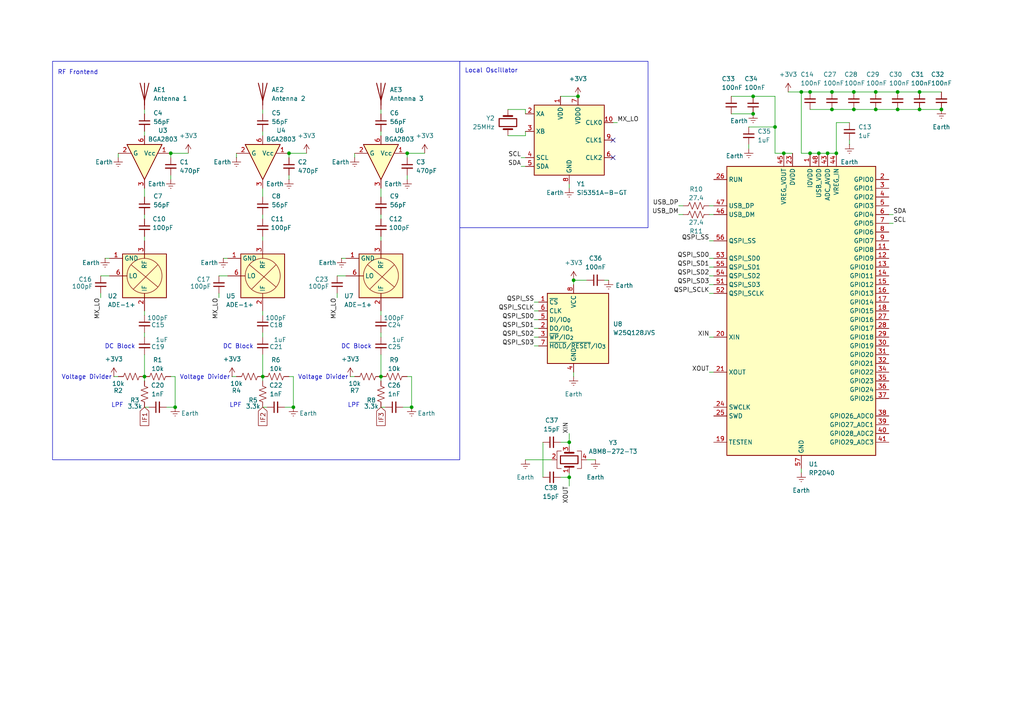
<source format=kicad_sch>
(kicad_sch (version 20250114) (generator "eeschema") (generator_version "9.0")
  (paper "A4")
  (lib_symbols
    (symbol "Device:Antenna" (pin_numbers (hide yes)) (pin_names (offset 1.016) (hide yes))
      (property "Reference" "AE" (at -1.905 1.905 0))
      (property "Value" "Antenna" (at -1.905 0 0))
      (symbol "Antenna_0_1"
        (polyline (pts (xy 0 2.54) (xy 0 -3.81)) (stroke (width 0.254)))
        (polyline (pts (xy 1.27 2.54) (xy 0 -2.54) (xy -1.27 2.54)) (stroke (width 0.254)))
      )
      (symbol "Antenna_1_1"
        (pin input line (at 0 -5.08 90) (length 2.54) (name "A") (number "1"))
      )
    )
    (symbol "Device:C_Small" (pin_numbers (hide yes)) (pin_names (offset 0.254) (hide yes))
      (property "Reference" "C" (at 0.254 1.778 0))
      (property "Value" "C_Small" (at 0.254 -2.032 0))
      (symbol "C_Small_0_1"
        (polyline (pts (xy -1.524 0.508) (xy 1.524 0.508)) (stroke (width 0.3048)))
        (polyline (pts (xy -1.524 -0.508) (xy 1.524 -0.508)) (stroke (width 0.3302)))
      )
      (symbol "C_Small_1_1"
        (pin passive line (at 0 2.54 270) (length 2.032) (name "~") (number "1"))
        (pin passive line (at 0 -2.54 90) (length 2.032) (name "~") (number "2"))
      )
    )
    (symbol "Device:Crystal" (pin_numbers (hide yes)) (pin_names (offset 1.016) (hide yes))
      (property "Reference" "Y" (at 0 3.81 0))
      (property "Value" "Crystal" (at 0 -3.81 0))
      (symbol "Crystal_0_1"
        (polyline (pts (xy -2.54 0) (xy -1.905 0)))
        (polyline (pts (xy -1.905 -1.27) (xy -1.905 1.27)) (stroke (width 0.508)))
        (rectangle (start -1.143 2.54) (end 1.143 -2.54) (stroke (width 0.3048)))
        (polyline (pts (xy 1.905 -1.27) (xy 1.905 1.27)) (stroke (width 0.508)))
        (polyline (pts (xy 2.54 0) (xy 1.905 0)))
      )
      (symbol "Crystal_1_1"
        (pin passive line (at -3.81 0 0) (length 1.27) (name "1") (number "1"))
        (pin passive line (at 3.81 0 180) (length 1.27) (name "2") (number "2"))
      )
    )
    (symbol "Device:Crystal_GND24" (pin_names (offset 1.016) (hide yes))
      (property "Reference" "Y" (at 3.175 5.08 0))
      (property "Value" "Crystal_GND24" (at 3.175 3.175 0))
      (symbol "Crystal_GND24_0_1"
        (polyline (pts (xy -2.54 2.286) (xy -2.54 3.556) (xy 2.54 3.556) (xy 2.54 2.286)))
        (polyline (pts (xy -2.54 0) (xy -2.032 0)))
        (polyline (pts (xy -2.54 -2.286) (xy -2.54 -3.556) (xy 2.54 -3.556) (xy 2.54 -2.286)))
        (polyline (pts (xy -2.032 -1.27) (xy -2.032 1.27)) (stroke (width 0.508)))
        (rectangle (start -1.143 2.54) (end 1.143 -2.54) (stroke (width 0.3048)))
        (polyline (pts (xy 0 3.556) (xy 0 3.81)))
        (polyline (pts (xy 0 -3.81) (xy 0 -3.556)))
        (polyline (pts (xy 2.032 0) (xy 2.54 0)))
        (polyline (pts (xy 2.032 -1.27) (xy 2.032 1.27)) (stroke (width 0.508)))
      )
      (symbol "Crystal_GND24_1_1"
        (pin passive line (at -3.81 0 0) (length 1.27) (name "1") (number "1"))
        (pin passive line (at 0 5.08 270) (length 1.27) (name "2") (number "2"))
        (pin passive line (at 0 -5.08 90) (length 1.27) (name "4") (number "4"))
        (pin passive line (at 3.81 0 180) (length 1.27) (name "3") (number "3"))
      )
    )
    (symbol "Device:R_US" (pin_numbers (hide yes)) (pin_names (offset 0))
      (property "Reference" "R" (at 2.54 0 90))
      (property "Value" "R_US" (at -2.54 0 90))
      (symbol "R_US_0_1"
        (polyline (pts (xy 0 2.286) (xy 0 2.54)))
        (polyline (pts (xy 0 2.286) (xy 1.016 1.905) (xy 0 1.524) (xy -1.016 1.143) (xy 0 0.762)))
        (polyline (pts (xy 0 0.762) (xy 1.016 0.381) (xy 0 0) (xy -1.016 -0.381) (xy 0 -0.762)))
        (polyline (pts (xy 0 -0.762) (xy 1.016 -1.143) (xy 0 -1.524) (xy -1.016 -1.905) (xy 0 -2.286)))
        (polyline (pts (xy 0 -2.286) (xy 0 -2.54)))
      )
      (symbol "R_US_1_1"
        (pin passive line (at 0 3.81 270) (length 1.27) (name "~") (number "1"))
        (pin passive line (at 0 -3.81 90) (length 1.27) (name "~") (number "2"))
      )
    )
    (symbol "MCU_RaspberryPi:RP2040"
      (property "Reference" "U" (at 17.78 45.72 0))
      (property "Value" "RP2040" (at 17.78 43.18 0))
      (symbol "RP2040_0_1"
        (rectangle (start -21.59 41.91) (end 21.59 -41.91) (stroke (width 0.254)) (fill (type background)))
      )
      (symbol "RP2040_1_1"
        (pin input line (at -25.4 38.1 0) (length 3.81) (name "RUN") (number "26"))
        (pin bidirectional line (at -25.4 30.48 0) (length 3.81) (name "USB_DP") (number "47"))
        (pin bidirectional line (at -25.4 27.94 0) (length 3.81) (name "USB_DM") (number "46"))
        (pin bidirectional line (at -25.4 20.32 0) (length 3.81) (name "QSPI_SS") (number "56"))
        (pin bidirectional line (at -25.4 15.24 0) (length 3.81) (name "QSPI_SD0") (number "53"))
        (pin bidirectional line (at -25.4 12.7 0) (length 3.81) (name "QSPI_SD1") (number "55"))
        (pin bidirectional line (at -25.4 10.16 0) (length 3.81) (name "QSPI_SD2") (number "54"))
        (pin bidirectional line (at -25.4 7.62 0) (length 3.81) (name "QSPI_SD3") (number "51"))
        (pin output line (at -25.4 5.08 0) (length 3.81) (name "QSPI_SCLK") (number "52"))
        (pin input line (at -25.4 -7.62 0) (length 3.81) (name "XIN") (number "20"))
        (pin passive line (at -25.4 -17.78 0) (length 3.81) (name "XOUT") (number "21"))
        (pin input line (at -25.4 -27.94 0) (length 3.81) (name "SWCLK") (number "24"))
        (pin bidirectional line (at -25.4 -30.48 0) (length 3.81) (name "SWD") (number "25"))
        (pin input line (at -25.4 -38.1 0) (length 3.81) (name "TESTEN") (number "19"))
        (pin power_out line (at -5.08 45.72 270) (length 3.81) (name "VREG_VOUT") (number "45"))
        (pin power_in line (at -2.54 45.72 270) (length 3.81) (name "DVDD") (number "23"))
        (pin passive line (at -2.54 45.72 270) (length 3.81) (hide yes) (name "DVDD") (number "50"))
        (pin power_in line (at 0 -45.72 90) (length 3.81) (name "GND") (number "57"))
        (pin power_in line (at 2.54 45.72 270) (length 3.81) (name "IOVDD") (number "1"))
        (pin passive line (at 2.54 45.72 270) (length 3.81) (hide yes) (name "IOVDD") (number "10"))
        (pin passive line (at 2.54 45.72 270) (length 3.81) (hide yes) (name "IOVDD") (number "22"))
        (pin passive line (at 2.54 45.72 270) (length 3.81) (hide yes) (name "IOVDD") (number "33"))
        (pin passive line (at 2.54 45.72 270) (length 3.81) (hide yes) (name "IOVDD") (number "42"))
        (pin passive line (at 2.54 45.72 270) (length 3.81) (hide yes) (name "IOVDD") (number "49"))
        (pin power_in line (at 5.08 45.72 270) (length 3.81) (name "USB_VDD") (number "48"))
        (pin power_in line (at 7.62 45.72 270) (length 3.81) (name "ADC_AVDD") (number "43"))
        (pin power_in line (at 10.16 45.72 270) (length 3.81) (name "VREG_IN") (number "44"))
        (pin bidirectional line (at 25.4 38.1 180) (length 3.81) (name "GPIO0") (number "2"))
        (pin bidirectional line (at 25.4 35.56 180) (length 3.81) (name "GPIO1") (number "3"))
        (pin bidirectional line (at 25.4 33.02 180) (length 3.81) (name "GPIO2") (number "4"))
        (pin bidirectional line (at 25.4 30.48 180) (length 3.81) (name "GPIO3") (number "5"))
        (pin bidirectional line (at 25.4 27.94 180) (length 3.81) (name "GPIO4") (number "6"))
        (pin bidirectional line (at 25.4 25.4 180) (length 3.81) (name "GPIO5") (number "7"))
        (pin bidirectional line (at 25.4 22.86 180) (length 3.81) (name "GPIO6") (number "8"))
        (pin bidirectional line (at 25.4 20.32 180) (length 3.81) (name "GPIO7") (number "9"))
        (pin bidirectional line (at 25.4 17.78 180) (length 3.81) (name "GPIO8") (number "11"))
        (pin bidirectional line (at 25.4 15.24 180) (length 3.81) (name "GPIO9") (number "12"))
        (pin bidirectional line (at 25.4 12.7 180) (length 3.81) (name "GPIO10") (number "13"))
        (pin bidirectional line (at 25.4 10.16 180) (length 3.81) (name "GPIO11") (number "14"))
        (pin bidirectional line (at 25.4 7.62 180) (length 3.81) (name "GPIO12") (number "15"))
        (pin bidirectional line (at 25.4 5.08 180) (length 3.81) (name "GPIO13") (number "16"))
        (pin bidirectional line (at 25.4 2.54 180) (length 3.81) (name "GPIO14") (number "17"))
        (pin bidirectional line (at 25.4 0 180) (length 3.81) (name "GPIO15") (number "18"))
        (pin bidirectional line (at 25.4 -2.54 180) (length 3.81) (name "GPIO16") (number "27"))
        (pin bidirectional line (at 25.4 -5.08 180) (length 3.81) (name "GPIO17") (number "28"))
        (pin bidirectional line (at 25.4 -7.62 180) (length 3.81) (name "GPIO18") (number "29"))
        (pin bidirectional line (at 25.4 -10.16 180) (length 3.81) (name "GPIO19") (number "30"))
        (pin bidirectional line (at 25.4 -12.7 180) (length 3.81) (name "GPIO20") (number "31"))
        (pin bidirectional line (at 25.4 -15.24 180) (length 3.81) (name "GPIO21") (number "32"))
        (pin bidirectional line (at 25.4 -17.78 180) (length 3.81) (name "GPIO22") (number "34"))
        (pin bidirectional line (at 25.4 -20.32 180) (length 3.81) (name "GPIO23") (number "35"))
        (pin bidirectional line (at 25.4 -22.86 180) (length 3.81) (name "GPIO24") (number "36"))
        (pin bidirectional line (at 25.4 -25.4 180) (length 3.81) (name "GPIO25") (number "37"))
        (pin bidirectional line (at 25.4 -30.48 180) (length 3.81) (name "GPIO26_ADC0") (number "38"))
        (pin bidirectional line (at 25.4 -33.02 180) (length 3.81) (name "GPIO27_ADC1") (number "39"))
        (pin bidirectional line (at 25.4 -35.56 180) (length 3.81) (name "GPIO28_ADC2") (number "40"))
        (pin bidirectional line (at 25.4 -38.1 180) (length 3.81) (name "GPIO29_ADC3") (number "41"))
      )
    )
    (symbol "Memory_Flash:W25Q128JVS"
      (property "Reference" "U" (at -6.35 11.43 0))
      (property "Value" "W25Q128JVS" (at 7.62 11.43 0))
      (symbol "W25Q128JVS_0_1"
        (rectangle (start -7.62 10.16) (end 10.16 -10.16) (stroke (width 0.254)) (fill (type background)))
      )
      (symbol "W25Q128JVS_1_1"
        (pin input line (at -10.16 7.62 0) (length 2.54) (name "~{CS}") (number "1"))
        (pin input line (at -10.16 5.08 0) (length 2.54) (name "CLK") (number "6"))
        (pin bidirectional line (at -10.16 2.54 0) (length 2.54) (name "DI/IO_{0}") (number "5"))
        (pin bidirectional line (at -10.16 0 0) (length 2.54) (name "DO/IO_{1}") (number "2"))
        (pin bidirectional line (at -10.16 -2.54 0) (length 2.54) (name "~{WP}/IO_{2}") (number "3"))
        (pin bidirectional line (at -10.16 -5.08 0) (length 2.54) (name "~{HOLD}/~{RESET}/IO_{3}") (number "7"))
        (pin power_in line (at 0 12.7 270) (length 2.54) (name "VCC") (number "8"))
        (pin power_in line (at 0 -12.7 90) (length 2.54) (name "GND") (number "4"))
      )
    )
    (symbol "Oscillator:Si5351A-B-GT"
      (property "Reference" "Y" (at -8.89 11.43 0))
      (property "Value" "Si5351A-B-GT" (at -12.7 -12.7 0))
      (symbol "Si5351A-B-GT_0_1"
        (rectangle (start -10.16 10.16) (end 10.16 -10.16) (stroke (width 0.254)) (fill (type background)))
      )
      (symbol "Si5351A-B-GT_1_1"
        (pin input line (at -12.7 7.62 0) (length 2.54) (name "XA") (number "2"))
        (pin input line (at -12.7 2.54 0) (length 2.54) (name "XB") (number "3"))
        (pin input line (at -12.7 -5.08 0) (length 2.54) (name "SCL") (number "4"))
        (pin bidirectional line (at -12.7 -7.62 0) (length 2.54) (name "SDA") (number "5"))
        (pin power_in line (at -2.54 12.7 270) (length 2.54) (name "VDD") (number "1"))
        (pin power_in line (at 0 -12.7 90) (length 2.54) (name "GND") (number "8"))
        (pin power_in line (at 2.54 12.7 270) (length 2.54) (name "VDDO") (number "7"))
        (pin output line (at 12.7 5.08 180) (length 2.54) (name "CLK0") (number "10"))
        (pin output line (at 12.7 0 180) (length 2.54) (name "CLK1") (number "9"))
        (pin output line (at 12.7 -5.08 180) (length 2.54) (name "CLK2") (number "6"))
      )
    )
    (symbol "RF_Amplifier:BGA2803"
      (property "Reference" "U" (at 2.54 6.35 0))
      (property "Value" "BGA2803" (at 3.81 3.81 0))
      (symbol "BGA2803_0_1"
        (polyline (pts (xy 5.08 0) (xy -5.08 5.08) (xy -5.08 -5.08) (xy 5.08 0)) (stroke (width 0.254)) (fill (type background)))
      )
      (symbol "BGA2803_1_1"
        (pin input line (at -7.62 0 0) (length 2.54) (name "~") (number "6"))
        (pin power_in line (at -2.54 7.62 270) (length 3.81) (name "Vcc") (number "1"))
        (pin power_in line (at -2.54 -7.62 90) (length 3.81) (name "G") (number "2"))
        (pin passive line (at -2.54 -7.62 90) (length 3.81) (hide yes) (name "G") (number "4"))
        (pin passive line (at -2.54 -7.62 90) (length 3.81) (hide yes) (name "G") (number "5"))
        (pin output line (at 7.62 0 180) (length 2.54) (name "~") (number "3"))
      )
    )
    (symbol "RF_Mixer_Extended:ADE-1+"
      (property "Reference" "U" (at -6.35 7.62 0))
      (property "Value" "ADE-1+" (at 6.35 7.62 0))
      (symbol "ADE-1+_0_1"
        (rectangle (start -6.35 6.35) (end 6.35 -6.35) (stroke (width 0.254)) (fill (type background)))
        (polyline (pts (xy -3.175 -3.81) (xy 3.175 3.81)))
        (circle (center 0 0) (radius 5.08))
        (polyline (pts (xy 3.81 -3.175) (xy -3.175 3.81)))
      )
      (symbol "ADE-1+_1_1"
        (pin input line (at -10.16 0 0) (length 5.08) (name "RF") (number "3"))
        (pin power_in line (at -5.08 -10.16 90) (length 3.81) (name "GND") (number "1"))
        (pin passive line (at -5.08 -10.16 90) (length 3.81) (hide yes) (name "GND") (number "4"))
        (pin passive line (at -5.08 -10.16 90) (length 3.81) (hide yes) (name "GND") (number "5"))
        (pin input line (at 0 -10.16 90) (length 5.08) (name "LO") (number "6"))
        (pin output line (at 10.16 0 180) (length 5.08) (name "IF") (number "2"))
      )
    )
    (symbol "power:+3V3" (power) (pin_numbers (hide yes)) (pin_names (offset 0) (hide yes))
      (property "Value" "+3V3" (at 0 3.556 0))
      (symbol "+3V3_0_1"
        (polyline (pts (xy -0.762 1.27) (xy 0 2.54)))
        (polyline (pts (xy 0 2.54) (xy 0.762 1.27)))
        (polyline (pts (xy 0 0) (xy 0 2.54)))
      )
      (symbol "+3V3_1_1"
        (pin power_in line (at 0 0 90) (length 0) (name "~") (number "1"))
      )
    )
    (symbol "power:Earth" (power) (pin_numbers (hide yes)) (pin_names (offset 0) (hide yes))
      (property "Value" "Earth" (at 0 -3.81 0))
      (symbol "Earth_0_1"
        (polyline (pts (xy -0.635 -1.905) (xy 0.635 -1.905)))
        (polyline (pts (xy -0.127 -2.54) (xy 0.127 -2.54)))
        (polyline (pts (xy 0 -1.27) (xy 0 0)))
        (polyline (pts (xy 1.27 -1.27) (xy -1.27 -1.27)))
      )
      (symbol "Earth_1_1"
        (pin power_in line (at 0 0 270) (length 0) (name "~") (number "1"))
      )
    )
  )
  (rectangle (start 133.35 17.78) (end 187.96 66.04))
  (rectangle (start 15.24 17.78) (end 133.35 133.35))
  (text "LPF" (at 102.616 117.602 0) (effects (font (size 1.27 1.27))))
  (text "LPF" (at 34.036 117.602 0) (effects (font (size 1.27 1.27))))
  (text "Local Oscillator" (at 142.494 20.574 0) (effects (font (size 1.27 1.27))))
  (text "Voltage Divider" (at 25.146 109.474 0) (effects (font (size 1.27 1.27))))
  (text "DC Block" (at 103.378 100.584 0) (effects (font (size 1.27 1.27))))
  (text "Voltage Divider" (at 93.726 109.474 0) (effects (font (size 1.27 1.27))))
  (text "RF Frontend" (at 22.606 21.082 0) (effects (font (size 1.27 1.27))))
  (text "Voltage Divider" (at 59.436 109.474 0) (effects (font (size 1.27 1.27))))
  (text "DC Block" (at 34.798 100.584 0) (effects (font (size 1.27 1.27))))
  (text "DC Block" (at 69.088 100.584 0) (effects (font (size 1.27 1.27))))
  (text "LPF" (at 68.326 117.602 0) (effects (font (size 1.27 1.27))))
  (junction (at 76.2 109.22))
  (junction (at 241.3 31.75))
  (junction (at 165.1 138.43))
  (junction (at 218.44 27.94))
  (junction (at 240.03 44.45))
  (junction (at 266.7 31.75))
  (junction (at 232.41 26.67))
  (junction (at 247.65 26.67))
  (junction (at 234.95 44.45))
  (junction (at 110.49 109.22))
  (junction (at 260.35 31.75))
  (junction (at 41.91 109.22))
  (junction (at 237.49 44.45))
  (junction (at 85.09 118.11))
  (junction (at 165.1 128.27))
  (junction (at 83.82 44.45))
  (junction (at 227.33 44.45))
  (junction (at 166.37 81.28))
  (junction (at 260.35 26.67))
  (junction (at 218.44 33.02))
  (junction (at 118.11 44.45))
  (junction (at 224.79 36.83))
  (junction (at 273.05 31.75))
  (junction (at 254 26.67))
  (junction (at 266.7 26.67))
  (junction (at 241.3 26.67))
  (junction (at 254 31.75))
  (junction (at 50.8 118.11))
  (junction (at 234.95 26.67))
  (junction (at 49.53 44.45))
  (junction (at 242.57 44.45))
  (junction (at 119.38 118.11))
  (junction (at 167.64 27.94))
  (junction (at 247.65 31.75))
  (no_connect (at 177.8 40.64))
  (no_connect (at 177.8 45.72))
  (wire (pts (xy 110.49 110.49) (xy 110.49 109.22)))
  (wire (pts (xy 147.32 31.75) (xy 152.4 31.75)))
  (wire (pts (xy 162.56 138.43) (xy 165.1 138.43)))
  (wire (pts (xy 151.13 45.72) (xy 152.4 45.72)))
  (wire (pts (xy 118.11 44.45) (xy 123.19 44.45)))
  (wire (pts (xy 228.6 26.67) (xy 232.41 26.67)))
  (wire (pts (xy 110.49 97.79) (xy 110.49 96.52)))
  (wire (pts (xy 97.79 80.01) (xy 100.33 80.01)))
  (wire (pts (xy 205.74 85.09) (xy 207.01 85.09)))
  (wire (pts (xy 116.84 118.11) (xy 119.38 118.11)))
  (wire (pts (xy 119.38 109.22) (xy 118.11 109.22)))
  (wire (pts (xy 247.65 26.67) (xy 254 26.67)))
  (wire (pts (xy 205.74 74.93) (xy 207.01 74.93)))
  (wire (pts (xy 212.09 33.02) (xy 218.44 33.02)))
  (wire (pts (xy 63.5 86.36) (xy 63.5 85.09)))
  (wire (pts (xy 119.38 118.11) (xy 119.38 109.22)))
  (wire (pts (xy 68.58 45.72) (xy 68.58 44.45)))
  (wire (pts (xy 246.38 35.56) (xy 242.57 35.56)))
  (wire (pts (xy 67.31 109.22) (xy 68.58 109.22)))
  (wire (pts (xy 110.49 68.58) (xy 110.49 69.85)))
  (wire (pts (xy 212.09 27.94) (xy 218.44 27.94)))
  (wire (pts (xy 49.53 44.45) (xy 54.61 44.45)))
  (wire (pts (xy 64.77 74.93) (xy 66.04 74.93)))
  (wire (pts (xy 254 31.75) (xy 260.35 31.75)))
  (wire (pts (xy 50.8 109.22) (xy 49.53 109.22)))
  (wire (pts (xy 242.57 35.56) (xy 242.57 44.45)))
  (wire (pts (xy 76.2 38.1) (xy 76.2 39.37)))
  (wire (pts (xy 259.08 62.23) (xy 257.81 62.23)))
  (wire (pts (xy 110.49 63.5) (xy 110.49 62.23)))
  (wire (pts (xy 241.3 26.67) (xy 247.65 26.67)))
  (wire (pts (xy 224.79 36.83) (xy 224.79 44.45)))
  (wire (pts (xy 237.49 44.45) (xy 240.03 44.45)))
  (wire (pts (xy 33.02 109.22) (xy 34.29 109.22)))
  (wire (pts (xy 102.87 45.72) (xy 102.87 44.45)))
  (wire (pts (xy 154.94 90.17) (xy 156.21 90.17)))
  (wire (pts (xy 232.41 44.45) (xy 232.41 26.67)))
  (wire (pts (xy 99.06 74.93) (xy 100.33 74.93)))
  (wire (pts (xy 49.53 50.8) (xy 49.53 52.07)))
  (wire (pts (xy 154.94 92.71) (xy 156.21 92.71)))
  (wire (pts (xy 162.56 128.27) (xy 165.1 128.27)))
  (wire (pts (xy 227.33 44.45) (xy 229.87 44.45)))
  (wire (pts (xy 157.48 128.27) (xy 157.48 138.43)))
  (wire (pts (xy 154.94 87.63) (xy 156.21 87.63)))
  (wire (pts (xy 83.82 44.45) (xy 83.82 45.72)))
  (wire (pts (xy 76.2 110.49) (xy 76.2 109.22)))
  (wire (pts (xy 166.37 81.28) (xy 166.37 82.55)))
  (wire (pts (xy 196.85 59.69) (xy 198.12 59.69)))
  (wire (pts (xy 85.09 118.11) (xy 85.09 109.22)))
  (wire (pts (xy 241.3 31.75) (xy 247.65 31.75)))
  (wire (pts (xy 254 26.67) (xy 260.35 26.67)))
  (wire (pts (xy 48.26 118.11) (xy 50.8 118.11)))
  (wire (pts (xy 260.35 31.75) (xy 266.7 31.75)))
  (wire (pts (xy 205.74 59.69) (xy 207.01 59.69)))
  (wire (pts (xy 217.17 43.18) (xy 217.17 41.91)))
  (wire (pts (xy 205.74 62.23) (xy 207.01 62.23)))
  (wire (pts (xy 205.74 97.79) (xy 207.01 97.79)))
  (wire (pts (xy 196.85 62.23) (xy 198.12 62.23)))
  (wire (pts (xy 110.49 91.44) (xy 110.49 90.17)))
  (wire (pts (xy 234.95 44.45) (xy 232.41 44.45)))
  (wire (pts (xy 170.18 133.35) (xy 172.72 133.35)))
  (wire (pts (xy 224.79 27.94) (xy 218.44 27.94)))
  (wire (pts (xy 41.91 109.22) (xy 41.91 102.87)))
  (wire (pts (xy 41.91 38.1) (xy 41.91 39.37)))
  (wire (pts (xy 260.35 26.67) (xy 266.7 26.67)))
  (wire (pts (xy 165.1 125.73) (xy 165.1 128.27)))
  (wire (pts (xy 41.91 63.5) (xy 41.91 62.23)))
  (wire (pts (xy 41.91 68.58) (xy 41.91 69.85)))
  (wire (pts (xy 165.1 54.61) (xy 165.1 53.34)))
  (wire (pts (xy 205.74 80.01) (xy 207.01 80.01)))
  (wire (pts (xy 224.79 44.45) (xy 227.33 44.45)))
  (wire (pts (xy 83.82 44.45) (xy 88.9 44.45)))
  (wire (pts (xy 266.7 31.75) (xy 273.05 31.75)))
  (wire (pts (xy 76.2 31.75) (xy 76.2 33.02)))
  (wire (pts (xy 41.91 91.44) (xy 41.91 90.17)))
  (wire (pts (xy 118.11 50.8) (xy 118.11 52.07)))
  (wire (pts (xy 34.29 45.72) (xy 34.29 44.45)))
  (wire (pts (xy 165.1 140.97) (xy 165.1 138.43)))
  (wire (pts (xy 154.94 100.33) (xy 156.21 100.33)))
  (wire (pts (xy 83.82 50.8) (xy 83.82 52.07)))
  (wire (pts (xy 165.1 128.27) (xy 165.1 129.54)))
  (wire (pts (xy 154.94 95.25) (xy 156.21 95.25)))
  (wire (pts (xy 76.2 68.58) (xy 76.2 69.85)))
  (wire (pts (xy 217.17 36.83) (xy 224.79 36.83)))
  (wire (pts (xy 41.91 110.49) (xy 41.91 109.22)))
  (wire (pts (xy 232.41 26.67) (xy 234.95 26.67)))
  (wire (pts (xy 234.95 26.67) (xy 241.3 26.67)))
  (wire (pts (xy 224.79 27.94) (xy 224.79 36.83)))
  (wire (pts (xy 63.5 80.01) (xy 66.04 80.01)))
  (wire (pts (xy 154.94 97.79) (xy 156.21 97.79)))
  (wire (pts (xy 232.41 137.16) (xy 232.41 135.89)))
  (wire (pts (xy 76.2 91.44) (xy 76.2 90.17)))
  (wire (pts (xy 247.65 31.75) (xy 254 31.75)))
  (wire (pts (xy 110.49 38.1) (xy 110.49 39.37)))
  (wire (pts (xy 50.8 118.11) (xy 50.8 109.22)))
  (wire (pts (xy 110.49 109.22) (xy 110.49 102.87)))
  (wire (pts (xy 234.95 44.45) (xy 237.49 44.45)))
  (wire (pts (xy 76.2 97.79) (xy 76.2 96.52)))
  (wire (pts (xy 76.2 63.5) (xy 76.2 62.23)))
  (wire (pts (xy 76.2 57.15) (xy 76.2 54.61)))
  (wire (pts (xy 110.49 31.75) (xy 110.49 33.02)))
  (wire (pts (xy 147.32 39.37) (xy 152.4 39.37)))
  (wire (pts (xy 234.95 31.75) (xy 241.3 31.75)))
  (wire (pts (xy 151.13 48.26) (xy 152.4 48.26)))
  (wire (pts (xy 41.91 57.15) (xy 41.91 54.61)))
  (wire (pts (xy 30.48 74.93) (xy 31.75 74.93)))
  (wire (pts (xy 246.38 41.91) (xy 246.38 40.64)))
  (wire (pts (xy 82.55 118.11) (xy 85.09 118.11)))
  (wire (pts (xy 110.49 118.11) (xy 111.76 118.11)))
  (wire (pts (xy 166.37 109.22) (xy 166.37 107.95)))
  (wire (pts (xy 152.4 133.35) (xy 160.02 133.35)))
  (wire (pts (xy 85.09 109.22) (xy 83.82 109.22)))
  (wire (pts (xy 162.56 27.94) (xy 167.64 27.94)))
  (wire (pts (xy 97.79 86.36) (xy 97.79 85.09)))
  (wire (pts (xy 110.49 57.15) (xy 110.49 54.61)))
  (wire (pts (xy 152.4 38.1) (xy 152.4 39.37)))
  (wire (pts (xy 240.03 44.45) (xy 242.57 44.45)))
  (wire (pts (xy 166.37 81.28) (xy 170.18 81.28)))
  (wire (pts (xy 205.74 82.55) (xy 207.01 82.55)))
  (wire (pts (xy 41.91 118.11) (xy 43.18 118.11)))
  (wire (pts (xy 165.1 138.43) (xy 165.1 137.16)))
  (wire (pts (xy 259.08 64.77) (xy 257.81 64.77)))
  (wire (pts (xy 177.8 35.56) (xy 179.07 35.56)))
  (wire (pts (xy 41.91 31.75) (xy 41.91 33.02)))
  (wire (pts (xy 205.74 77.47) (xy 207.01 77.47)))
  (wire (pts (xy 101.6 109.22) (xy 102.87 109.22)))
  (wire (pts (xy 176.53 81.28) (xy 175.26 81.28)))
  (wire (pts (xy 76.2 118.11) (xy 77.47 118.11)))
  (wire (pts (xy 205.74 69.85) (xy 207.01 69.85)))
  (wire (pts (xy 152.4 33.02) (xy 152.4 31.75)))
  (wire (pts (xy 29.21 80.01) (xy 31.75 80.01)))
  (wire (pts (xy 76.2 109.22) (xy 76.2 102.87)))
  (wire (pts (xy 266.7 26.67) (xy 273.05 26.67)))
  (wire (pts (xy 41.91 97.79) (xy 41.91 96.52)))
  (wire (pts (xy 49.53 44.45) (xy 49.53 45.72)))
  (wire (pts (xy 118.11 44.45) (xy 118.11 45.72)))
  (wire (pts (xy 29.21 86.36) (xy 29.21 85.09)))
  (wire (pts (xy 205.74 107.95) (xy 207.01 107.95)))
  (label "MX_LO" (at 97.79 86.36 270))
  (label "XIN" (at 205.74 97.79 180))
  (label "QSPI_SD3" (at 205.74 82.55 180))
  (label "MX_LO" (at 63.5 86.36 270))
  (label "XOUT" (at 165.1 140.97 270))
  (label "USB_DP" (at 196.85 59.69 180))
  (label "MX_LO" (at 179.07 35.56 0))
  (label "QSPI_SD3" (at 154.94 100.33 180))
  (label "QSPI_SD1" (at 154.94 95.25 180))
  (label "SCL" (at 151.13 45.72 180))
  (label "QSPI_SD0" (at 205.74 74.93 180))
  (label "QSPI_SCLK" (at 154.94 90.17 180))
  (label "SDA" (at 151.13 48.26 180))
  (label "QSPI_SD2" (at 205.74 80.01 180))
  (label "QSPI_SS" (at 154.94 87.63 180))
  (label "XOUT" (at 205.74 107.95 180))
  (label "QSPI_SD1" (at 205.74 77.47 180))
  (label "USB_DM" (at 196.85 62.23 180))
  (label "QSPI_SD0" (at 154.94 92.71 180))
  (label "MX_LO" (at 29.21 86.36 270))
  (label "XIN" (at 165.1 125.73 90))
  (label "QSPI_SD2" (at 154.94 97.79 180))
  (label "QSPI_SS" (at 205.74 69.85 180))
  (label "QSPI_SCLK" (at 205.74 85.09 180))
  (label "SDA" (at 259.08 62.23 0))
  (label "SCL" (at 259.08 64.77 0))
  (global_label "IF2" (shape input) (at 76.2 118.11 270) (property "Intersheetrefs" "${INTERSHEET_REFS}" (effects (hide yes))))
  (global_label "IF3" (shape input) (at 110.49 118.11 270) (property "Intersheetrefs" "${INTERSHEET_REFS}" (effects (hide yes))))
  (global_label "IF1" (shape input) (at 41.91 118.11 270) (property "Intersheetrefs" "${INTERSHEET_REFS}" (effects (hide yes))))
  (symbol (lib_id "power:+3V3") (at 167.64 27.94 0) (unit 1)
    (property "Reference" "#PWR015" (effects (hide yes)))
    (property "Value" "+3V3" (at 167.64 22.86 0))
    (property "Description" "Power symbol creates a global label with name \"+3V3\"" (effects (hide yes)))
  )
  (symbol (lib_id "power:Earth") (at 68.58 45.72 0) (unit 1)
    (property "Reference" "#PWR05" (effects (hide yes)))
    (property "Value" "Earth" (at 64.516 46.99 0))
    (property "Description" "Power symbol creates a global label with name \"Earth\"" (effects (hide yes)))
  )
  (symbol (lib_id "Device:C_Small") (at 212.09 30.48 180) (unit 1)
    (property "Reference" "C33" (at 209.296 22.86 0) (effects (justify right)))
    (property "Value" "100nF" (at 209.296 25.4 0) (effects (justify right)))
    (property "Description" "Unpolarized capacitor, small symbol" (effects (hide yes)))
  )
  (symbol (lib_id "power:+3V3") (at 33.02 109.22 0) (unit 1)
    (property "Reference" "#PWR017" (effects (hide yes)))
    (property "Value" "+3V3" (at 33.02 104.14 0))
    (property "Description" "Power symbol creates a global label with name \"+3V3\"" (effects (hide yes)))
  )
  (symbol (lib_id "Device:C_Small") (at 254 29.21 180) (unit 1)
    (property "Reference" "C29" (at 251.206 21.59 0) (effects (justify right)))
    (property "Value" "100nF" (at 251.206 24.13 0) (effects (justify right)))
    (property "Description" "Unpolarized capacitor, small symbol" (effects (hide yes)))
  )
  (symbol (lib_id "RF_Mixer_Extended:ADE-1+") (at 41.91 80.01 270) (unit 1)
    (property "Reference" "U2" (at 31.242 85.852 90) (effects (justify left)))
    (property "Value" "ADE-1+" (at 31.242 88.392 90) (effects (justify left)))
    (property "Footprint" "RF_Mini-Circuits:Mini-Circuits_CD636_H4.11mm" (effects (hide yes)))
    (property "Datasheet" "https://www.minicircuits.com/pdfs/ADE-1+.pdf" (effects (hide yes)))
    (property "Description" "Mixer, +7 dBm LO, 0.5 to 500 MHz, CD636" (effects (hide yes)))
  )
  (symbol (lib_id "RF_Amplifier:BGA2803") (at 76.2 46.99 270) (unit 1)
    (property "Reference" "U4" (at 81.534 37.846 90))
    (property "Value" "BGA2803" (at 81.534 40.386 90))
    (property "Footprint" "Package_TO_SOT_SMD:SOT-363_SC-70-6" (effects (hide yes)))
    (property "Datasheet" "https://www.nxp.com/docs/en/data-sheet/BGA2803.pdf" (effects (hide yes)))
    (property "Description" "MMIC wideband amplifier, DC-2.2GHz, +23.6dB @ 950MHz, 3V, SOT-363" (effects (hide yes)))
  )
  (symbol (lib_id "Device:C_Small") (at 241.3 29.21 180) (unit 1)
    (property "Reference" "C27" (at 238.76 21.59 0) (effects (justify right)))
    (property "Value" "100nF" (at 238.76 24.13 0) (effects (justify right)))
    (property "Description" "Unpolarized capacitor, small symbol" (effects (hide yes)))
  )
  (symbol (lib_id "power:Earth") (at 119.38 118.11 0) (unit 1)
    (property "Reference" "#PWR021" (effects (hide yes)))
    (property "Value" "Earth" (at 123.698 119.888 0))
    (property "Description" "Power symbol creates a global label with name \"Earth\"" (effects (hide yes)))
  )
  (symbol (lib_id "Device:C_Small") (at 76.2 100.33 0) (unit 1)
    (property "Reference" "C21" (at 82.042 100.584 0) (effects (justify right)))
    (property "Value" "1uF" (at 83.058 98.552 0) (effects (justify right)))
    (property "Description" "Unpolarized capacitor, small symbol" (effects (hide yes)))
  )
  (symbol (lib_id "Device:R_US") (at 41.91 114.3 180) (unit 1)
    (property "Reference" "R3" (at 39.116 116.078 0))
    (property "Value" "3.3k" (at 39.116 117.856 0))
    (property "Description" "Resistor, US symbol" (effects (hide yes)))
  )
  (symbol (lib_id "Device:C_Small") (at 76.2 35.56 0) (unit 1)
    (property "Reference" "C5" (at 78.74 32.766 0) (effects (justify left)))
    (property "Value" "56pF" (at 78.74 35.306 0) (effects (justify left)))
    (property "Description" "Unpolarized capacitor, small symbol" (effects (hide yes)))
  )
  (symbol (lib_id "power:Earth") (at 165.1 54.61 0) (unit 1)
    (property "Reference" "#PWR08" (effects (hide yes)))
    (property "Value" "Earth" (at 161.036 55.88 0))
    (property "Description" "Power symbol creates a global label with name \"Earth\"" (effects (hide yes)))
  )
  (symbol (lib_id "power:+3V3") (at 101.6 109.22 0) (unit 1)
    (property "Reference" "#PWR020" (effects (hide yes)))
    (property "Value" "+3V3" (at 101.6 104.14 0))
    (property "Description" "Power symbol creates a global label with name \"+3V3\"" (effects (hide yes)))
  )
  (symbol (lib_id "power:Earth") (at 34.29 45.72 0) (unit 1)
    (property "Reference" "#PWR03" (effects (hide yes)))
    (property "Value" "Earth" (at 30.226 46.99 0))
    (property "Description" "Power symbol creates a global label with name \"Earth\"" (effects (hide yes)))
  )
  (symbol (lib_id "Device:C_Small") (at 29.21 82.55 180) (unit 1)
    (property "Reference" "C16" (at 26.67 81.026 0) (effects (justify left)))
    (property "Value" "100pF" (at 26.924 83.058 0) (effects (justify left)))
    (property "Description" "Unpolarized capacitor, small symbol" (effects (hide yes)))
  )
  (symbol (lib_id "Device:C_Small") (at 273.05 29.21 180) (unit 1)
    (property "Reference" "C32" (at 270.002 21.59 0) (effects (justify right)))
    (property "Value" "100nF" (at 270.002 24.13 0) (effects (justify right)))
    (property "Description" "Unpolarized capacitor, small symbol" (effects (hide yes)))
  )
  (symbol (lib_id "Device:C_Small") (at 76.2 93.98 0) (unit 1)
    (property "Reference" "C18" (at 82.042 94.234 0) (effects (justify right)))
    (property "Value" "100pF" (at 83.058 92.202 0) (effects (justify right)))
    (property "Description" "Unpolarized capacitor, small symbol" (effects (hide yes)))
  )
  (symbol (lib_id "power:Earth") (at 50.8 118.11 0) (unit 1)
    (property "Reference" "#PWR016" (effects (hide yes)))
    (property "Value" "Earth" (at 55.118 119.888 0))
    (property "Description" "Power symbol creates a global label with name \"Earth\"" (effects (hide yes)))
  )
  (symbol (lib_id "Device:C_Small") (at 76.2 59.69 0) (unit 1)
    (property "Reference" "C8" (at 78.74 56.896 0) (effects (justify left)))
    (property "Value" "56pF" (at 78.74 59.436 0) (effects (justify left)))
    (property "Description" "Unpolarized capacitor, small symbol" (effects (hide yes)))
  )
  (symbol (lib_id "power:Earth") (at 166.37 109.22 0) (unit 1)
    (property "Reference" "#PWR028" (effects (hide yes)))
    (property "Value" "Earth" (at 166.37 114.3 0))
    (property "Description" "Power symbol creates a global label with name \"Earth\"" (effects (hide yes)))
  )
  (symbol (lib_id "power:Earth") (at 49.53 52.07 0) (unit 1)
    (property "Reference" "#PWR09" (effects (hide yes)))
    (property "Value" "Earth" (at 45.466 53.34 0))
    (property "Description" "Power symbol creates a global label with name \"Earth\"" (effects (hide yes)))
  )
  (symbol (lib_id "Device:R_US") (at 72.39 109.22 270) (unit 1)
    (property "Reference" "R4" (at 68.58 113.284 90))
    (property "Value" "10k" (at 68.58 111.252 90))
    (property "Description" "Resistor, US symbol" (effects (hide yes)))
  )
  (symbol (lib_id "Device:R_US") (at 110.49 114.3 180) (unit 1)
    (property "Reference" "R8" (at 107.696 116.078 0))
    (property "Value" "3.3k" (at 107.696 117.856 0))
    (property "Description" "Resistor, US symbol" (effects (hide yes)))
  )
  (symbol (lib_id "Device:C_Small") (at 110.49 66.04 0) (unit 1)
    (property "Reference" "C12" (at 112.776 63.5 0) (effects (justify left)))
    (property "Value" "100pF" (at 112.776 66.04 0) (effects (justify left)))
    (property "Description" "Unpolarized capacitor, small symbol" (effects (hide yes)))
  )
  (symbol (lib_id "RF_Mixer_Extended:ADE-1+") (at 76.2 80.01 270) (unit 1)
    (property "Reference" "U5" (at 65.532 85.852 90) (effects (justify left)))
    (property "Value" "ADE-1+" (at 65.532 88.392 90) (effects (justify left)))
    (property "Footprint" "RF_Mini-Circuits:Mini-Circuits_CD636_H4.11mm" (effects (hide yes)))
    (property "Datasheet" "https://www.minicircuits.com/pdfs/ADE-1+.pdf" (effects (hide yes)))
    (property "Description" "Mixer, +7 dBm LO, 0.5 to 500 MHz, CD636" (effects (hide yes)))
  )
  (symbol (lib_id "Device:C_Small") (at 160.02 138.43 90) (unit 1)
    (property "Reference" "C38" (at 159.766 141.478 90))
    (property "Value" "15pF" (at 159.766 144.018 90))
    (property "Description" "Unpolarized capacitor, small symbol" (effects (hide yes)))
  )
  (symbol (lib_id "Device:R_US") (at 45.72 109.22 90) (unit 1)
    (property "Reference" "R1" (at 45.72 104.394 90))
    (property "Value" "10k" (at 45.72 106.934 90))
    (property "Description" "Resistor, US symbol" (effects (hide yes)))
  )
  (symbol (lib_id "Device:C_Small") (at 83.82 48.26 0) (unit 1)
    (property "Reference" "C2" (at 86.36 46.9962 0) (effects (justify left)))
    (property "Value" "470pF" (at 86.36 49.5362 0) (effects (justify left)))
    (property "Description" "Unpolarized capacitor, small symbol" (effects (hide yes)))
  )
  (symbol (lib_id "Device:C_Small") (at 97.79 82.55 180) (unit 1)
    (property "Reference" "C23" (at 95.25 81.026 0) (effects (justify left)))
    (property "Value" "100pF" (at 95.504 83.058 0) (effects (justify left)))
    (property "Description" "Unpolarized capacitor, small symbol" (effects (hide yes)))
  )
  (symbol (lib_id "Device:R_US") (at 38.1 109.22 270) (unit 1)
    (property "Reference" "R2" (at 34.29 113.284 90))
    (property "Value" "10k" (at 34.29 111.252 90))
    (property "Description" "Resistor, US symbol" (effects (hide yes)))
  )
  (symbol (lib_id "RF_Amplifier:BGA2803") (at 41.91 46.99 270) (unit 1)
    (property "Reference" "U3" (at 47.244 37.846 90))
    (property "Value" "BGA2803" (at 47.244 40.386 90))
    (property "Footprint" "Package_TO_SOT_SMD:SOT-363_SC-70-6" (effects (hide yes)))
    (property "Datasheet" "https://www.nxp.com/docs/en/data-sheet/BGA2803.pdf" (effects (hide yes)))
    (property "Description" "MMIC wideband amplifier, DC-2.2GHz, +23.6dB @ 950MHz, 3V, SOT-363" (effects (hide yes)))
  )
  (symbol (lib_id "Memory_Flash:W25Q128JVS") (at 166.37 95.25 0) (unit 1)
    (property "Reference" "U8" (at 177.8 93.9799 0) (effects (justify left)))
    (property "Value" "W25Q128JVS" (at 177.8 96.5199 0) (effects (justify left)))
    (property "Footprint" "Package_SO:SOIC-8_5.3x5.3mm_P1.27mm" (effects (hide yes)))
    (property "Datasheet" "https://www.winbond.com/resource-files/w25q128jv_dtr%20revc%2003272018%20plus.pdf" (effects (hide yes)))
    (property "Description" "128Mbit / 16MiB Serial Flash Memory, Standard/Dual/Quad SPI, 2.7-3.6V, SOIC-8" (effects (hide yes)))
  )
  (symbol (lib_id "Device:C_Small") (at 160.02 128.27 90) (unit 1)
    (property "Reference" "C37" (at 160.0263 121.92 90))
    (property "Value" "15pF" (at 160.0263 124.46 90))
    (property "Description" "Unpolarized capacitor, small symbol" (effects (hide yes)))
  )
  (symbol (lib_id "Device:R_US") (at 80.01 109.22 90) (unit 1)
    (property "Reference" "R6" (at 80.01 104.394 90))
    (property "Value" "10k" (at 80.01 106.934 90))
    (property "Description" "Resistor, US symbol" (effects (hide yes)))
  )
  (symbol (lib_id "Device:C_Small") (at 41.91 66.04 0) (unit 1)
    (property "Reference" "C10" (at 44.196 63.5 0) (effects (justify left)))
    (property "Value" "100pF" (at 44.196 66.04 0) (effects (justify left)))
    (property "Description" "Unpolarized capacitor, small symbol" (effects (hide yes)))
  )
  (symbol (lib_id "Device:C_Small") (at 41.91 59.69 0) (unit 1)
    (property "Reference" "C7" (at 44.45 56.896 0) (effects (justify left)))
    (property "Value" "56pF" (at 44.45 59.436 0) (effects (justify left)))
    (property "Description" "Unpolarized capacitor, small symbol" (effects (hide yes)))
  )
  (symbol (lib_id "power:+3V3") (at 228.6 26.67 0) (unit 1)
    (property "Reference" "#PWR024" (effects (hide yes)))
    (property "Value" "+3V3" (at 228.6 21.59 0))
    (property "Description" "Power symbol creates a global label with name \"+3V3\"" (effects (hide yes)))
  )
  (symbol (lib_id "Device:Antenna") (at 76.2 26.67 0) (unit 1)
    (property "Reference" "AE2" (at 78.74 26.0349 0) (effects (justify left)))
    (property "Value" "Antenna 2" (at 78.74 28.5749 0) (effects (justify left)))
    (property "Description" "Antenna" (effects (hide yes)))
  )
  (symbol (lib_id "Device:Crystal") (at 147.32 35.56 90) (mirror x) (unit 1)
    (property "Reference" "Y2" (at 143.51 34.2899 90) (effects (justify left)))
    (property "Value" "25MHz" (at 143.51 36.8299 90) (effects (justify left)))
    (property "Description" "Two pin crystal" (effects (hide yes)))
  )
  (symbol (lib_id "Device:C_Small") (at 172.72 81.28 90) (unit 1)
    (property "Reference" "C36" (at 172.7263 74.93 90))
    (property "Value" "100nF" (at 172.7263 77.47 90))
    (property "Description" "Unpolarized capacitor, small symbol" (effects (hide yes)))
  )
  (symbol (lib_id "Device:R_US") (at 201.93 62.23 270) (unit 1)
    (property "Reference" "R11" (at 201.93 67.056 90))
    (property "Value" "27.4" (at 201.93 64.516 90))
    (property "Description" "Resistor, US symbol" (effects (hide yes)))
  )
  (symbol (lib_id "Device:C_Small") (at 76.2 66.04 0) (unit 1)
    (property "Reference" "C11" (at 78.486 63.5 0) (effects (justify left)))
    (property "Value" "100pF" (at 78.486 66.04 0) (effects (justify left)))
    (property "Description" "Unpolarized capacitor, small symbol" (effects (hide yes)))
  )
  (symbol (lib_id "Device:C_Small") (at 45.72 118.11 90) (unit 1)
    (property "Reference" "C20" (at 45.7263 111.76 90))
    (property "Value" "1nF" (at 45.7263 114.3 90))
    (property "Description" "Unpolarized capacitor, small symbol" (effects (hide yes)))
  )
  (symbol (lib_id "Device:R_US") (at 106.68 109.22 270) (unit 1)
    (property "Reference" "R7" (at 102.87 113.284 90))
    (property "Value" "10k" (at 102.87 111.252 90))
    (property "Description" "Resistor, US symbol" (effects (hide yes)))
  )
  (symbol (lib_id "Device:C_Small") (at 63.5 82.55 180) (unit 1)
    (property "Reference" "C17" (at 60.96 81.026 0) (effects (justify left)))
    (property "Value" "100pF" (at 61.214 83.058 0) (effects (justify left)))
    (property "Description" "Unpolarized capacitor, small symbol" (effects (hide yes)))
  )
  (symbol (lib_id "Device:C_Small") (at 247.65 29.21 180) (unit 1)
    (property "Reference" "C28" (at 244.856 21.59 0) (effects (justify right)))
    (property "Value" "100nF" (at 244.856 24.13 0) (effects (justify right)))
    (property "Description" "Unpolarized capacitor, small symbol" (effects (hide yes)))
  )
  (symbol (lib_id "power:Earth") (at 64.77 74.93 0) (unit 1)
    (property "Reference" "#PWR04" (effects (hide yes)))
    (property "Value" "Earth" (at 60.706 76.2 0))
    (property "Description" "Power symbol creates a global label with name \"Earth\"" (effects (hide yes)))
  )
  (symbol (lib_id "power:Earth") (at 83.82 52.07 0) (unit 1)
    (property "Reference" "#PWR010" (effects (hide yes)))
    (property "Value" "Earth" (at 79.756 53.34 0))
    (property "Description" "Power symbol creates a global label with name \"Earth\"" (effects (hide yes)))
  )
  (symbol (lib_id "power:Earth") (at 217.17 43.18 0) (unit 1)
    (property "Reference" "#PWR026" (effects (hide yes)))
    (property "Value" "Earth" (at 213.106 45.212 0))
    (property "Description" "Power symbol creates a global label with name \"Earth\"" (effects (hide yes)))
  )
  (symbol (lib_id "Device:Antenna") (at 110.49 26.67 0) (unit 1)
    (property "Reference" "AE3" (at 113.03 26.0349 0) (effects (justify left)))
    (property "Value" "Antenna 3" (at 113.03 28.5749 0) (effects (justify left)))
    (property "Description" "Antenna" (effects (hide yes)))
  )
  (symbol (lib_id "power:+3V3") (at 123.19 44.45 0) (unit 1)
    (property "Reference" "#PWR014" (effects (hide yes)))
    (property "Value" "+3V3" (at 123.19 39.37 0))
    (property "Description" "Power symbol creates a global label with name \"+3V3\"" (effects (hide yes)))
  )
  (symbol (lib_id "Device:Antenna") (at 41.91 26.67 0) (unit 1)
    (property "Reference" "AE1" (at 44.45 26.0349 0) (effects (justify left)))
    (property "Value" "Antenna 1" (at 44.45 28.5749 0) (effects (justify left)))
    (property "Description" "Antenna" (effects (hide yes)))
  )
  (symbol (lib_id "Device:C_Small") (at 41.91 93.98 0) (unit 1)
    (property "Reference" "C15" (at 47.752 94.234 0) (effects (justify right)))
    (property "Value" "100pF" (at 48.768 92.202 0) (effects (justify right)))
    (property "Description" "Unpolarized capacitor, small symbol" (effects (hide yes)))
  )
  (symbol (lib_id "Device:C_Small") (at 110.49 35.56 0) (unit 1)
    (property "Reference" "C6" (at 113.03 32.766 0) (effects (justify left)))
    (property "Value" "56pF" (at 113.03 35.306 0) (effects (justify left)))
    (property "Description" "Unpolarized capacitor, small symbol" (effects (hide yes)))
  )
  (symbol (lib_id "Device:R_US") (at 201.93 59.69 90) (unit 1)
    (property "Reference" "R10" (at 201.93 54.864 90))
    (property "Value" "27.4" (at 201.93 57.404 90))
    (property "Description" "Resistor, US symbol" (effects (hide yes)))
  )
  (symbol (lib_id "Oscillator:Si5351A-B-GT") (at 165.1 40.64 0) (unit 1)
    (property "Reference" "Y1" (at 167.2433 53.34 0) (effects (justify left)))
    (property "Value" "Si5351A-B-GT" (at 167.2433 55.88 0) (effects (justify left)))
    (property "Footprint" "Package_SO:MSOP-10_3x3mm_P0.5mm" (effects (hide yes)))
    (property "Datasheet" "https://www.silabs.com/documents/public/data-sheets/Si5351-B.pdf" (effects (hide yes)))
    (property "Description" "I2C Programmable Any-Frequency CMOS Clock Generator, MSOP-8" (effects (hide yes)))
  )
  (symbol (lib_id "Device:C_Small") (at 218.44 30.48 180) (unit 1)
    (property "Reference" "C34" (at 215.9 22.86 0) (effects (justify right)))
    (property "Value" "100nF" (at 215.9 25.4 0) (effects (justify right)))
    (property "Description" "Unpolarized capacitor, small symbol" (effects (hide yes)))
  )
  (symbol (lib_id "power:+3V3") (at 166.37 81.28 0) (unit 1)
    (property "Reference" "#PWR027" (effects (hide yes)))
    (property "Value" "+3V3" (at 166.37 76.2 0))
    (property "Description" "Power symbol creates a global label with name \"+3V3\"" (effects (hide yes)))
  )
  (symbol (lib_id "power:Earth") (at 118.11 52.07 0) (unit 1)
    (property "Reference" "#PWR011" (effects (hide yes)))
    (property "Value" "Earth" (at 114.046 53.34 0))
    (property "Description" "Power symbol creates a global label with name \"Earth\"" (effects (hide yes)))
  )
  (symbol (lib_id "Device:C_Small") (at 41.91 100.33 0) (unit 1)
    (property "Reference" "C19" (at 47.752 100.584 0) (effects (justify right)))
    (property "Value" "1uF" (at 48.768 98.552 0) (effects (justify right)))
    (property "Description" "Unpolarized capacitor, small symbol" (effects (hide yes)))
  )
  (symbol (lib_id "power:Earth") (at 218.44 33.02 0) (unit 1)
    (property "Reference" "#PWR025" (effects (hide yes)))
    (property "Value" "Earth" (at 214.376 35.052 0))
    (property "Description" "Power symbol creates a global label with name \"Earth\"" (effects (hide yes)))
  )
  (symbol (lib_id "power:Earth") (at 232.41 137.16 0) (unit 1)
    (property "Reference" "#PWR01" (effects (hide yes)))
    (property "Value" "Earth" (at 232.41 142.24 0))
    (property "Description" "Power symbol creates a global label with name \"Earth\"" (effects (hide yes)))
  )
  (symbol (lib_id "RF_Mixer_Extended:ADE-1+") (at 110.49 80.01 270) (unit 1)
    (property "Reference" "U7" (at 99.822 85.852 90) (effects (justify left)))
    (property "Value" "ADE-1+" (at 99.822 88.392 90) (effects (justify left)))
    (property "Footprint" "RF_Mini-Circuits:Mini-Circuits_CD636_H4.11mm" (effects (hide yes)))
    (property "Datasheet" "https://www.minicircuits.com/pdfs/ADE-1+.pdf" (effects (hide yes)))
    (property "Description" "Mixer, +7 dBm LO, 0.5 to 500 MHz, CD636" (effects (hide yes)))
  )
  (symbol (lib_id "Device:C_Small") (at 49.53 48.26 0) (unit 1)
    (property "Reference" "C1" (at 52.07 46.9962 0) (effects (justify left)))
    (property "Value" "470pF" (at 52.07 49.5362 0) (effects (justify left)))
    (property "Description" "Unpolarized capacitor, small symbol" (effects (hide yes)))
  )
  (symbol (lib_id "power:Earth") (at 152.4 133.35 0) (unit 1)
    (property "Reference" "#PWR030" (effects (hide yes)))
    (property "Value" "Earth" (at 152.4 138.43 0))
    (property "Description" "Power symbol creates a global label with name \"Earth\"" (effects (hide yes)))
  )
  (symbol (lib_id "power:Earth") (at 99.06 74.93 0) (unit 1)
    (property "Reference" "#PWR06" (effects (hide yes)))
    (property "Value" "Earth" (at 94.996 76.2 0))
    (property "Description" "Power symbol creates a global label with name \"Earth\"" (effects (hide yes)))
  )
  (symbol (lib_id "Device:C_Small") (at 80.01 118.11 90) (unit 1)
    (property "Reference" "C22" (at 80.0163 111.76 90))
    (property "Value" "1nF" (at 80.0163 114.3 90))
    (property "Description" "Unpolarized capacitor, small symbol" (effects (hide yes)))
  )
  (symbol (lib_id "power:+3V3") (at 88.9 44.45 0) (unit 1)
    (property "Reference" "#PWR013" (effects (hide yes)))
    (property "Value" "+3V3" (at 88.9 39.37 0))
    (property "Description" "Power symbol creates a global label with name \"+3V3\"" (effects (hide yes)))
  )
  (symbol (lib_id "Device:C_Small") (at 118.11 48.26 0) (unit 1)
    (property "Reference" "C3" (at 120.65 46.9962 0) (effects (justify left)))
    (property "Value" "470pF" (at 120.65 49.5362 0) (effects (justify left)))
    (property "Description" "Unpolarized capacitor, small symbol" (effects (hide yes)))
  )
  (symbol (lib_id "Device:C_Small") (at 110.49 93.98 0) (unit 1)
    (property "Reference" "C24" (at 116.332 94.234 0) (effects (justify right)))
    (property "Value" "100pF" (at 117.348 92.202 0) (effects (justify right)))
    (property "Description" "Unpolarized capacitor, small symbol" (effects (hide yes)))
  )
  (symbol (lib_id "power:+3V3") (at 67.31 109.22 0) (unit 1)
    (property "Reference" "#PWR018" (effects (hide yes)))
    (property "Value" "+3V3" (at 67.31 104.14 0))
    (property "Description" "Power symbol creates a global label with name \"+3V3\"" (effects (hide yes)))
  )
  (symbol (lib_id "RF_Amplifier:BGA2803") (at 110.49 46.99 270) (unit 1)
    (property "Reference" "U6" (at 115.824 37.846 90))
    (property "Value" "BGA2803" (at 115.824 40.386 90))
    (property "Footprint" "Package_TO_SOT_SMD:SOT-363_SC-70-6" (effects (hide yes)))
    (property "Datasheet" "https://www.nxp.com/docs/en/data-sheet/BGA2803.pdf" (effects (hide yes)))
    (property "Description" "MMIC wideband amplifier, DC-2.2GHz, +23.6dB @ 950MHz, 3V, SOT-363" (effects (hide yes)))
  )
  (symbol (lib_id "Device:R_US") (at 114.3 109.22 90) (unit 1)
    (property "Reference" "R9" (at 114.3 104.394 90))
    (property "Value" "10k" (at 114.3 106.934 90))
    (property "Description" "Resistor, US symbol" (effects (hide yes)))
  )
  (symbol (lib_id "power:Earth") (at 176.53 81.28 0) (unit 1)
    (property "Reference" "#PWR029" (effects (hide yes)))
    (property "Value" "Earth" (at 181.102 82.804 0))
    (property "Description" "Power symbol creates a global label with name \"Earth\"" (effects (hide yes)))
  )
  (symbol (lib_id "Device:C_Small") (at 234.95 29.21 180) (unit 1)
    (property "Reference" "C14" (at 232.156 21.59 0) (effects (justify right)))
    (property "Value" "100nF" (at 232.156 24.13 0) (effects (justify right)))
    (property "Description" "Unpolarized capacitor, small symbol" (effects (hide yes)))
  )
  (symbol (lib_id "MCU_RaspberryPi:RP2040") (at 232.41 90.17 0) (unit 1)
    (property "Reference" "U1" (at 234.5533 134.62 0) (effects (justify left)))
    (property "Value" "RP2040" (at 234.5533 137.16 0) (effects (justify left)))
    (property "Footprint" "Package_DFN_QFN:QFN-56-1EP_7x7mm_P0.4mm_EP3.2x3.2mm" (effects (hide yes)))
    (property "Datasheet" "https://datasheets.raspberrypi.com/rp2040/rp2040-datasheet.pdf" (effects (hide yes)))
    (property "Description" "A microcontroller by Raspberry Pi" (effects (hide yes)))
  )
  (symbol (lib_id "power:Earth") (at 102.87 45.72 0) (unit 1)
    (property "Reference" "#PWR07" (effects (hide yes)))
    (property "Value" "Earth" (at 98.806 46.99 0))
    (property "Description" "Power symbol creates a global label with name \"Earth\"" (effects (hide yes)))
  )
  (symbol (lib_id "Device:C_Small") (at 114.3 118.11 90) (unit 1)
    (property "Reference" "C26" (at 114.3063 111.76 90))
    (property "Value" "1nF" (at 114.3063 114.3 90))
    (property "Description" "Unpolarized capacitor, small symbol" (effects (hide yes)))
  )
  (symbol (lib_id "Device:Crystal_GND24") (at 165.1 133.35 90) (unit 1)
    (property "Reference" "Y3" (at 177.8 128.3968 90))
    (property "Value" "ABM8-272-T3" (at 177.8 130.9368 90))
    (property "Description" "Four pin crystal, GND on pins 2 and 4" (effects (hide yes)))
  )
  (symbol (lib_id "Device:C_Small") (at 266.7 29.21 180) (unit 1)
    (property "Reference" "C31" (at 264.16 21.59 0) (effects (justify right)))
    (property "Value" "100nF" (at 264.16 24.13 0) (effects (justify right)))
    (property "Description" "Unpolarized capacitor, small symbol" (effects (hide yes)))
  )
  (symbol (lib_id "power:Earth") (at 172.72 133.35 0) (unit 1)
    (property "Reference" "#PWR031" (effects (hide yes)))
    (property "Value" "Earth" (at 172.72 138.43 0))
    (property "Description" "Power symbol creates a global label with name \"Earth\"" (effects (hide yes)))
  )
  (symbol (lib_id "power:Earth") (at 273.05 31.75 0) (unit 1)
    (property "Reference" "#PWR023" (effects (hide yes)))
    (property "Value" "Earth" (at 273.05 36.83 0))
    (property "Description" "Power symbol creates a global label with name \"Earth\"" (effects (hide yes)))
  )
  (symbol (lib_id "Device:C_Small") (at 246.38 38.1 0) (unit 1)
    (property "Reference" "C13" (at 248.92 36.8362 0) (effects (justify left)))
    (property "Value" "1uF" (at 248.92 39.3762 0) (effects (justify left)))
    (property "Description" "Unpolarized capacitor, small symbol" (effects (hide yes)))
  )
  (symbol (lib_id "power:+3V3") (at 54.61 44.45 0) (unit 1)
    (property "Reference" "#PWR012" (effects (hide yes)))
    (property "Value" "+3V3" (at 54.61 39.37 0))
    (property "Description" "Power symbol creates a global label with name \"+3V3\"" (effects (hide yes)))
  )
  (symbol (lib_id "Device:C_Small") (at 260.35 29.21 180) (unit 1)
    (property "Reference" "C30" (at 257.81 21.59 0) (effects (justify right)))
    (property "Value" "100nF" (at 257.81 24.13 0) (effects (justify right)))
    (property "Description" "Unpolarized capacitor, small symbol" (effects (hide yes)))
  )
  (symbol (lib_id "Device:R_US") (at 76.2 114.3 180) (unit 1)
    (property "Reference" "R5" (at 73.406 116.078 0))
    (property "Value" "3.3k" (at 73.406 117.856 0))
    (property "Description" "Resistor, US symbol" (effects (hide yes)))
  )
  (symbol (lib_id "power:Earth") (at 85.09 118.11 0) (unit 1)
    (property "Reference" "#PWR019" (effects (hide yes)))
    (property "Value" "Earth" (at 89.408 119.888 0))
    (property "Description" "Power symbol creates a global label with name \"Earth\"" (effects (hide yes)))
  )
  (symbol (lib_id "Device:C_Small") (at 110.49 100.33 0) (unit 1)
    (property "Reference" "C25" (at 116.332 100.584 0) (effects (justify right)))
    (property "Value" "1uF" (at 117.348 98.552 0) (effects (justify right)))
    (property "Description" "Unpolarized capacitor, small symbol" (effects (hide yes)))
  )
  (symbol (lib_id "power:Earth") (at 246.38 41.91 0) (unit 1)
    (property "Reference" "#PWR022" (effects (hide yes)))
    (property "Value" "Earth" (at 246.38 46.99 0))
    (property "Description" "Power symbol creates a global label with name \"Earth\"" (effects (hide yes)))
  )
  (symbol (lib_id "Device:C_Small") (at 217.17 39.37 0) (unit 1)
    (property "Reference" "C35" (at 219.71 38.1062 0) (effects (justify left)))
    (property "Value" "1uF" (at 219.71 40.6462 0) (effects (justify left)))
    (property "Description" "Unpolarized capacitor, small symbol" (effects (hide yes)))
  )
  (symbol (lib_id "power:Earth") (at 30.48 74.93 0) (unit 1)
    (property "Reference" "#PWR02" (effects (hide yes)))
    (property "Value" "Earth" (at 26.416 76.2 0))
    (property "Description" "Power symbol creates a global label with name \"Earth\"" (effects (hide yes)))
  )
  (symbol (lib_id "Device:C_Small") (at 110.49 59.69 0) (unit 1)
    (property "Reference" "C9" (at 113.03 56.896 0) (effects (justify left)))
    (property "Value" "56pF" (at 113.03 59.436 0) (effects (justify left)))
    (property "Description" "Unpolarized capacitor, small symbol" (effects (hide yes)))
  )
  (symbol (lib_id "Device:C_Small") (at 41.91 35.56 0) (unit 1)
    (property "Reference" "C4" (at 44.45 32.766 0) (effects (justify left)))
    (property "Value" "56pF" (at 44.45 35.306 0) (effects (justify left)))
    (property "Description" "Unpolarized capacitor, small symbol" (effects (hide yes)))
  )
)
</source>
